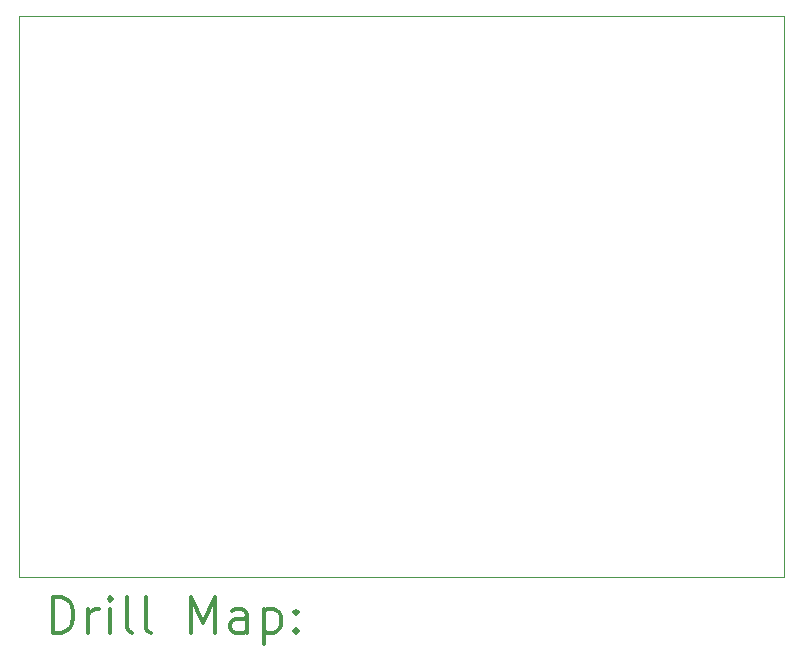
<source format=gbr>
%FSLAX45Y45*%
G04 Gerber Fmt 4.5, Leading zero omitted, Abs format (unit mm)*
G04 Created by KiCad (PCBNEW (5.1.10)-1) date 2021-11-28 20:39:46*
%MOMM*%
%LPD*%
G01*
G04 APERTURE LIST*
%TA.AperFunction,Profile*%
%ADD10C,0.050000*%
%TD*%
%ADD11C,0.200000*%
%ADD12C,0.300000*%
G04 APERTURE END LIST*
D10*
X16802100Y-5727700D02*
X10325100Y-5727700D01*
X16802100Y-10477500D02*
X16802100Y-5727700D01*
X10325100Y-10477500D02*
X16802100Y-10477500D01*
X10325100Y-5727700D02*
X10325100Y-10477500D01*
D11*
D12*
X10609028Y-10945714D02*
X10609028Y-10645714D01*
X10680457Y-10645714D01*
X10723314Y-10660000D01*
X10751886Y-10688572D01*
X10766171Y-10717143D01*
X10780457Y-10774286D01*
X10780457Y-10817143D01*
X10766171Y-10874286D01*
X10751886Y-10902857D01*
X10723314Y-10931429D01*
X10680457Y-10945714D01*
X10609028Y-10945714D01*
X10909028Y-10945714D02*
X10909028Y-10745714D01*
X10909028Y-10802857D02*
X10923314Y-10774286D01*
X10937600Y-10760000D01*
X10966171Y-10745714D01*
X10994743Y-10745714D01*
X11094743Y-10945714D02*
X11094743Y-10745714D01*
X11094743Y-10645714D02*
X11080457Y-10660000D01*
X11094743Y-10674286D01*
X11109028Y-10660000D01*
X11094743Y-10645714D01*
X11094743Y-10674286D01*
X11280457Y-10945714D02*
X11251886Y-10931429D01*
X11237600Y-10902857D01*
X11237600Y-10645714D01*
X11437600Y-10945714D02*
X11409028Y-10931429D01*
X11394743Y-10902857D01*
X11394743Y-10645714D01*
X11780457Y-10945714D02*
X11780457Y-10645714D01*
X11880457Y-10860000D01*
X11980457Y-10645714D01*
X11980457Y-10945714D01*
X12251886Y-10945714D02*
X12251886Y-10788572D01*
X12237600Y-10760000D01*
X12209028Y-10745714D01*
X12151886Y-10745714D01*
X12123314Y-10760000D01*
X12251886Y-10931429D02*
X12223314Y-10945714D01*
X12151886Y-10945714D01*
X12123314Y-10931429D01*
X12109028Y-10902857D01*
X12109028Y-10874286D01*
X12123314Y-10845714D01*
X12151886Y-10831429D01*
X12223314Y-10831429D01*
X12251886Y-10817143D01*
X12394743Y-10745714D02*
X12394743Y-11045714D01*
X12394743Y-10760000D02*
X12423314Y-10745714D01*
X12480457Y-10745714D01*
X12509028Y-10760000D01*
X12523314Y-10774286D01*
X12537600Y-10802857D01*
X12537600Y-10888572D01*
X12523314Y-10917143D01*
X12509028Y-10931429D01*
X12480457Y-10945714D01*
X12423314Y-10945714D01*
X12394743Y-10931429D01*
X12666171Y-10917143D02*
X12680457Y-10931429D01*
X12666171Y-10945714D01*
X12651886Y-10931429D01*
X12666171Y-10917143D01*
X12666171Y-10945714D01*
X12666171Y-10760000D02*
X12680457Y-10774286D01*
X12666171Y-10788572D01*
X12651886Y-10774286D01*
X12666171Y-10760000D01*
X12666171Y-10788572D01*
M02*

</source>
